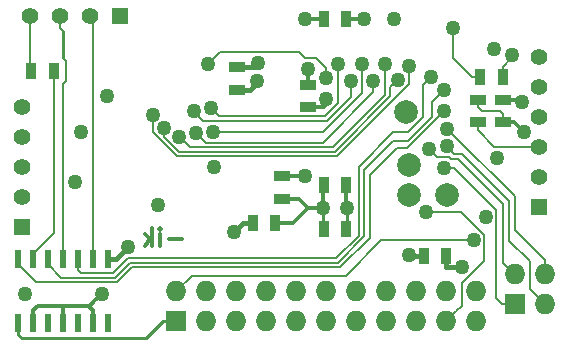
<source format=gbl>
%FSLAX34Y34*%
G04 Gerber Fmt 3.4, Leading zero omitted, Abs format*
G04 (created by PCBNEW (2014-06-26 BZR 4956)-product) date 03/07/2014 22:05:42*
%MOIN*%
G01*
G70*
G90*
G04 APERTURE LIST*
%ADD10C,0.003937*%
%ADD11C,0.011811*%
%ADD12R,0.035000X0.055000*%
%ADD13R,0.055000X0.035000*%
%ADD14R,0.055000X0.055000*%
%ADD15C,0.055000*%
%ADD16R,0.023622X0.059055*%
%ADD17R,0.068000X0.068000*%
%ADD18O,0.068000X0.068000*%
%ADD19C,0.078700*%
%ADD20C,0.050000*%
%ADD21C,0.012000*%
%ADD22C,0.010000*%
%ADD23C,0.015000*%
%ADD24C,0.008000*%
G04 APERTURE END LIST*
G54D10*
G54D11*
X69029Y-51616D02*
X68579Y-51616D01*
X68298Y-51841D02*
X68298Y-51448D01*
X68298Y-51251D02*
X68326Y-51279D01*
X68298Y-51307D01*
X68270Y-51279D01*
X68298Y-51251D01*
X68298Y-51307D01*
X68017Y-51841D02*
X68017Y-51251D01*
X67961Y-51616D02*
X67792Y-51841D01*
X67792Y-51448D02*
X68017Y-51673D01*
G54D12*
X73739Y-51279D03*
X74489Y-51279D03*
G54D13*
X72342Y-50276D03*
X72342Y-49526D03*
G54D12*
X77835Y-52165D03*
X77085Y-52165D03*
G54D13*
X79724Y-46967D03*
X79724Y-47717D03*
G54D12*
X73739Y-44291D03*
X74489Y-44291D03*
X72126Y-51082D03*
X71376Y-51082D03*
G54D13*
X73228Y-46475D03*
X73228Y-47225D03*
G54D12*
X73739Y-49803D03*
X74489Y-49803D03*
G54D13*
X70866Y-46634D03*
X70866Y-45884D03*
G54D14*
X63681Y-51220D03*
G54D15*
X63681Y-50220D03*
X63681Y-49220D03*
X63681Y-48220D03*
X63681Y-47220D03*
G54D14*
X66952Y-44192D03*
G54D15*
X65952Y-44192D03*
X64952Y-44192D03*
X63952Y-44192D03*
G54D14*
X80905Y-50531D03*
G54D15*
X80905Y-49531D03*
X80905Y-48531D03*
X80905Y-47531D03*
X80905Y-46531D03*
X80905Y-45531D03*
G54D16*
X63559Y-52283D03*
X64059Y-52283D03*
X64559Y-52283D03*
X65059Y-52283D03*
X65559Y-52283D03*
X66059Y-52283D03*
X66559Y-52283D03*
X66559Y-54409D03*
X66059Y-54409D03*
X65559Y-54409D03*
X65059Y-54409D03*
X64559Y-54409D03*
X64059Y-54409D03*
X63559Y-54409D03*
G54D17*
X80110Y-53787D03*
G54D18*
X80110Y-52787D03*
X81110Y-53787D03*
X81110Y-52787D03*
G54D19*
X76476Y-47381D03*
X76574Y-50137D03*
X77854Y-50137D03*
X76574Y-49153D03*
G54D12*
X63995Y-46023D03*
X64745Y-46023D03*
X78955Y-46220D03*
X79705Y-46220D03*
G54D13*
X78897Y-47717D03*
X78897Y-46967D03*
G54D17*
X68828Y-54350D03*
G54D18*
X68828Y-53350D03*
X69828Y-54350D03*
X69828Y-53350D03*
X70828Y-54350D03*
X70828Y-53350D03*
X71828Y-54350D03*
X71828Y-53350D03*
X72828Y-54350D03*
X72828Y-53350D03*
X73828Y-54350D03*
X73828Y-53350D03*
X74828Y-54350D03*
X74828Y-53350D03*
X75828Y-54350D03*
X75828Y-53350D03*
X76828Y-54350D03*
X76828Y-53350D03*
X77828Y-54350D03*
X77828Y-53350D03*
X78828Y-54350D03*
X78828Y-53350D03*
G54D20*
X74507Y-50590D03*
X67224Y-51870D03*
X66338Y-53444D03*
X76586Y-52141D03*
X70078Y-49212D03*
X66535Y-46850D03*
X68208Y-50492D03*
X73129Y-49507D03*
X73818Y-46948D03*
X80413Y-48031D03*
X76082Y-44291D03*
X79429Y-45275D03*
X79140Y-50878D03*
X70767Y-51377D03*
X71571Y-45744D03*
X75098Y-44291D03*
X63779Y-53444D03*
X65452Y-49704D03*
X65649Y-48031D03*
X71530Y-46348D03*
X78740Y-51653D03*
X77156Y-50698D03*
X68056Y-47497D03*
X76585Y-45841D03*
X77336Y-46203D03*
X77755Y-46653D03*
X77755Y-47342D03*
X70070Y-48033D03*
X75027Y-45767D03*
X69501Y-48093D03*
X75397Y-46358D03*
X68931Y-48201D03*
X75787Y-45767D03*
X68432Y-47925D03*
X76221Y-46300D03*
X73830Y-46258D03*
X69881Y-45767D03*
X69980Y-47244D03*
X74218Y-45773D03*
X69412Y-47363D03*
X74657Y-46355D03*
X80019Y-45472D03*
X80348Y-47053D03*
X78346Y-52559D03*
X73228Y-45964D03*
X73129Y-44291D03*
X78051Y-44586D03*
X73720Y-50590D03*
X79527Y-48917D03*
X77751Y-49248D03*
X77263Y-48622D03*
X77854Y-48523D03*
X77854Y-47933D03*
G54D21*
X74489Y-49803D02*
X74489Y-50571D01*
G54D22*
X74507Y-50590D02*
X74507Y-51260D01*
G54D21*
X74489Y-50571D02*
X74507Y-50590D01*
G54D23*
X77085Y-52165D02*
X76610Y-52165D01*
X76610Y-52165D02*
X76586Y-52141D01*
X66559Y-52283D02*
X66811Y-52283D01*
X66811Y-52283D02*
X67224Y-51870D01*
G54D21*
X66088Y-53694D02*
X66338Y-53444D01*
X65903Y-53838D02*
X65944Y-53838D01*
X65944Y-53838D02*
X66088Y-53694D01*
X65059Y-53838D02*
X65903Y-53838D01*
X65903Y-53838D02*
X66059Y-53994D01*
X66059Y-53994D02*
X66059Y-54409D01*
X64059Y-54409D02*
X64059Y-53994D01*
X64059Y-53994D02*
X64214Y-53838D01*
X64214Y-53838D02*
X65059Y-53838D01*
X65059Y-53838D02*
X65059Y-54409D01*
G54D24*
X79724Y-47717D02*
X79724Y-47440D01*
X79724Y-47440D02*
X79625Y-47342D01*
X79625Y-47342D02*
X79017Y-47342D01*
X79017Y-47342D02*
X78897Y-47222D01*
X78897Y-47222D02*
X78897Y-46967D01*
G54D21*
X72342Y-49526D02*
X73111Y-49526D01*
X73111Y-49526D02*
X73129Y-49507D01*
X73818Y-47145D02*
X73739Y-47225D01*
X73739Y-47225D02*
X73228Y-47225D01*
X73818Y-46948D02*
X73818Y-47145D01*
X80099Y-47717D02*
X80413Y-48031D01*
X79724Y-47717D02*
X80099Y-47717D01*
G54D22*
X74507Y-51260D02*
X74489Y-51279D01*
G54D23*
X71062Y-51082D02*
X70767Y-51377D01*
X71376Y-51082D02*
X71062Y-51082D01*
X71430Y-45884D02*
X71571Y-45744D01*
X70866Y-45884D02*
X71430Y-45884D01*
G54D21*
X74489Y-44291D02*
X75098Y-44291D01*
G54D23*
X70866Y-46634D02*
X71291Y-46634D01*
X71291Y-46634D02*
X71530Y-46395D01*
X71530Y-46395D02*
X71530Y-46348D01*
G54D24*
X78740Y-51653D02*
X75669Y-51653D01*
X75669Y-51653D02*
X74488Y-52834D01*
X74488Y-52834D02*
X69344Y-52834D01*
X69344Y-52834D02*
X68828Y-53350D01*
X78168Y-54010D02*
X77828Y-54350D01*
X78346Y-53832D02*
X78168Y-54010D01*
X79100Y-52338D02*
X78346Y-53091D01*
X78317Y-50698D02*
X79100Y-51480D01*
X77156Y-50698D02*
X78317Y-50698D01*
X79100Y-51480D02*
X79100Y-52338D01*
X78346Y-53091D02*
X78346Y-53832D01*
X66059Y-52283D02*
X66059Y-44299D01*
X66059Y-44299D02*
X65952Y-44192D01*
X65059Y-46653D02*
X65059Y-46456D01*
X65059Y-46456D02*
X65157Y-46358D01*
X65157Y-46358D02*
X65157Y-45669D01*
X65157Y-45669D02*
X65059Y-45570D01*
G54D22*
X65059Y-45570D02*
X65059Y-44688D01*
G54D24*
X65059Y-44688D02*
X64952Y-44581D01*
X64952Y-44581D02*
X64952Y-44192D01*
X65059Y-51021D02*
X65059Y-52283D01*
X65059Y-46653D02*
X65059Y-51021D01*
X65059Y-46825D02*
X65059Y-46653D01*
X64059Y-52283D02*
X64059Y-52106D01*
X64059Y-52106D02*
X64745Y-51420D01*
X64745Y-51420D02*
X64745Y-46023D01*
X80905Y-48531D02*
X79437Y-48531D01*
X79437Y-48531D02*
X78897Y-47992D01*
X78897Y-47992D02*
X78897Y-47717D01*
X76585Y-46445D02*
X76585Y-46195D01*
X74178Y-48852D02*
X76585Y-46445D01*
X68056Y-48059D02*
X68849Y-48852D01*
X68849Y-48852D02*
X74178Y-48852D01*
X68056Y-47497D02*
X68056Y-48059D01*
X76585Y-46195D02*
X76585Y-45841D01*
X77336Y-46203D02*
X77060Y-46480D01*
X77060Y-46480D02*
X77060Y-47546D01*
X77060Y-47546D02*
X76549Y-48056D01*
X76549Y-48056D02*
X76057Y-48056D01*
X76057Y-48056D02*
X74910Y-49203D01*
X74910Y-49203D02*
X74910Y-51506D01*
X74910Y-51506D02*
X74152Y-52263D01*
X74152Y-52263D02*
X67224Y-52263D01*
X67224Y-52263D02*
X66732Y-52755D01*
X66732Y-52755D02*
X65656Y-52755D01*
X65656Y-52755D02*
X65559Y-52658D01*
X65559Y-52658D02*
X65559Y-52283D01*
X76068Y-48340D02*
X75098Y-49311D01*
X76545Y-48340D02*
X76068Y-48340D01*
X77344Y-47541D02*
X76545Y-48340D01*
X77755Y-46653D02*
X77344Y-47064D01*
X75098Y-51530D02*
X74215Y-52413D01*
X75098Y-49311D02*
X75098Y-51530D01*
X77344Y-47064D02*
X77344Y-47541D01*
X74215Y-52413D02*
X67286Y-52413D01*
X64559Y-52460D02*
X64559Y-52283D01*
X65004Y-52905D02*
X64559Y-52460D01*
X66794Y-52905D02*
X65004Y-52905D01*
X67286Y-52413D02*
X66794Y-52905D01*
X63559Y-52460D02*
X63559Y-52283D01*
X64154Y-53055D02*
X63559Y-52460D01*
X66856Y-53055D02*
X64154Y-53055D01*
X74277Y-52563D02*
X67348Y-52563D01*
X75273Y-51567D02*
X74277Y-52563D01*
X75273Y-49471D02*
X75273Y-51567D01*
X76173Y-48571D02*
X75273Y-49471D01*
X76527Y-48571D02*
X76173Y-48571D01*
X77755Y-47342D02*
X76527Y-48571D01*
X67348Y-52563D02*
X66856Y-53055D01*
X70423Y-48033D02*
X70070Y-48033D01*
X75027Y-46740D02*
X73734Y-48033D01*
X73734Y-48033D02*
X70423Y-48033D01*
X75027Y-45767D02*
X75027Y-46740D01*
X75397Y-46711D02*
X73706Y-48402D01*
X69751Y-48343D02*
X69501Y-48093D01*
X73706Y-48402D02*
X69810Y-48402D01*
X69810Y-48402D02*
X69751Y-48343D01*
X75397Y-46358D02*
X75397Y-46711D01*
X75787Y-45767D02*
X75787Y-46819D01*
X75787Y-46819D02*
X74054Y-48552D01*
X74054Y-48552D02*
X69282Y-48552D01*
X69282Y-48552D02*
X69181Y-48451D01*
X69181Y-48451D02*
X68931Y-48201D01*
X68432Y-47925D02*
X68432Y-48214D01*
X68432Y-48214D02*
X68920Y-48702D01*
X68920Y-48702D02*
X74116Y-48702D01*
X74116Y-48702D02*
X75971Y-46847D01*
X75971Y-46847D02*
X75971Y-46550D01*
X75971Y-46550D02*
X76221Y-46300D01*
X73496Y-45570D02*
X73129Y-45570D01*
X73129Y-45570D02*
X72933Y-45374D01*
X73830Y-46258D02*
X73830Y-45904D01*
X73830Y-45904D02*
X73496Y-45570D01*
X69881Y-45767D02*
X70275Y-45374D01*
X72834Y-45374D02*
X72849Y-45374D01*
X70275Y-45374D02*
X72849Y-45374D01*
X72849Y-45374D02*
X72933Y-45374D01*
X73792Y-47523D02*
X74218Y-47096D01*
X74218Y-47096D02*
X74218Y-46127D01*
X69980Y-47244D02*
X70259Y-47523D01*
X70259Y-47523D02*
X73792Y-47523D01*
X74218Y-46127D02*
X74218Y-45773D01*
X74657Y-46884D02*
X74657Y-46709D01*
X69722Y-47673D02*
X73868Y-47673D01*
X74657Y-46709D02*
X74657Y-46355D01*
X69412Y-47363D02*
X69722Y-47673D01*
X73868Y-47673D02*
X74657Y-46884D01*
X79705Y-46220D02*
X79705Y-45865D01*
X79705Y-45865D02*
X80019Y-45551D01*
X80019Y-45551D02*
X80019Y-45472D01*
G54D21*
X79724Y-46967D02*
X80262Y-46967D01*
X80262Y-46967D02*
X80348Y-47053D01*
X73720Y-50590D02*
X73720Y-49821D01*
G54D23*
X77835Y-52540D02*
X77854Y-52559D01*
X77854Y-52559D02*
X78346Y-52559D01*
X77835Y-52165D02*
X77835Y-52540D01*
G54D22*
X63559Y-54409D02*
X63559Y-54799D01*
X63559Y-54799D02*
X63681Y-54921D01*
X63681Y-54921D02*
X67817Y-54921D01*
X67817Y-54921D02*
X68388Y-54350D01*
X68388Y-54350D02*
X68828Y-54350D01*
G54D24*
X78955Y-46220D02*
X78700Y-46220D01*
X78700Y-46220D02*
X78051Y-45570D01*
X78051Y-45570D02*
X78051Y-44940D01*
X78051Y-44940D02*
X78051Y-44586D01*
X79705Y-46948D02*
X79724Y-46967D01*
G54D21*
X72342Y-50276D02*
X72909Y-50276D01*
X72909Y-50276D02*
X73223Y-50590D01*
X73228Y-45964D02*
X73228Y-46475D01*
X73129Y-44291D02*
X73720Y-44291D01*
G54D22*
X73720Y-51260D02*
X73739Y-51279D01*
X73720Y-50590D02*
X73720Y-51260D01*
G54D21*
X73720Y-49821D02*
X73739Y-49803D01*
X72731Y-51082D02*
X72126Y-51082D01*
X73223Y-50590D02*
X72731Y-51082D01*
X73720Y-50590D02*
X73223Y-50590D01*
G54D24*
X80110Y-53787D02*
X79690Y-53787D01*
X79690Y-53787D02*
X79500Y-53597D01*
X79500Y-53597D02*
X79500Y-50643D01*
X79500Y-50643D02*
X78104Y-49248D01*
X78104Y-49248D02*
X77751Y-49248D01*
X77924Y-48888D02*
X77530Y-48888D01*
X77513Y-48872D02*
X77263Y-48622D01*
X80110Y-52787D02*
X79724Y-52401D01*
X77530Y-48888D02*
X77513Y-48872D01*
X79724Y-52401D02*
X79724Y-50451D01*
X79724Y-50451D02*
X78213Y-48940D01*
X78213Y-48940D02*
X77976Y-48940D01*
X77976Y-48940D02*
X77924Y-48888D01*
X81110Y-53787D02*
X80610Y-53287D01*
X80610Y-53287D02*
X80610Y-52362D01*
X80610Y-52362D02*
X79921Y-51673D01*
X79921Y-51673D02*
X79921Y-50335D01*
X79921Y-50335D02*
X78359Y-48773D01*
X78359Y-48773D02*
X78104Y-48773D01*
X78104Y-48773D02*
X77854Y-48523D01*
X78104Y-48183D02*
X77854Y-47933D01*
X81110Y-52787D02*
X81110Y-52306D01*
X81110Y-52306D02*
X80118Y-51314D01*
X80118Y-51314D02*
X80118Y-50196D01*
X80118Y-50196D02*
X78104Y-48183D01*
X63952Y-44192D02*
X63952Y-45981D01*
X63952Y-45981D02*
X63995Y-46023D01*
M02*

</source>
